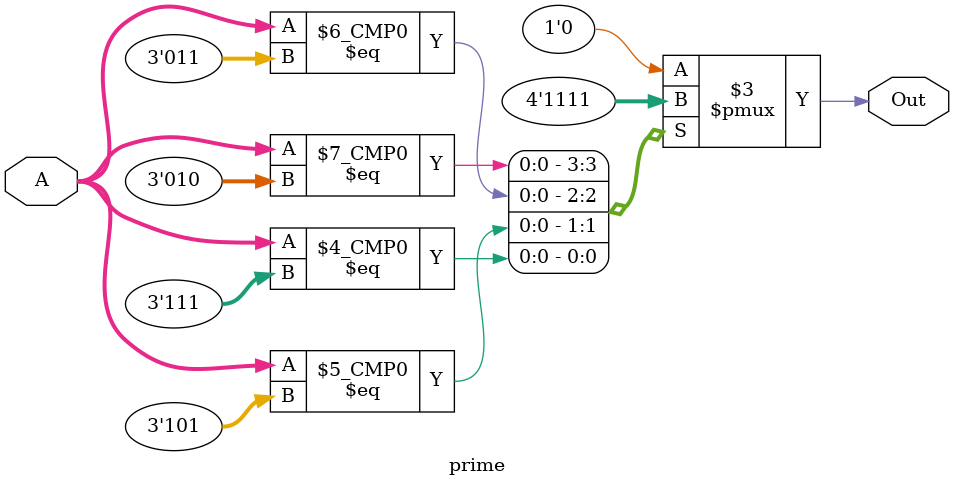
<source format=v>
module prime(A,Out);
input [2:0] A ;
output reg Out;
always @(*) begin
	case (A)
	2 :Out =1;
	3 :Out =1;
	5 :Out =1;
	7 :Out =1;
	default: Out=0;
endcase
end
endmodule
</source>
